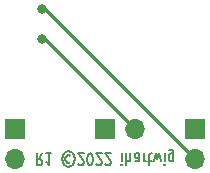
<source format=gbr>
%TF.GenerationSoftware,KiCad,Pcbnew,(6.0.5-0)*%
%TF.CreationDate,2022-10-30T23:15:49-07:00*%
%TF.ProjectId,teensy-4-can1,7465656e-7379-42d3-942d-63616e312e6b,rev?*%
%TF.SameCoordinates,PX8a12ae0PY695f190*%
%TF.FileFunction,Copper,L2,Bot*%
%TF.FilePolarity,Positive*%
%FSLAX46Y46*%
G04 Gerber Fmt 4.6, Leading zero omitted, Abs format (unit mm)*
G04 Created by KiCad (PCBNEW (6.0.5-0)) date 2022-10-30 23:15:49*
%MOMM*%
%LPD*%
G01*
G04 APERTURE LIST*
%ADD10C,0.152400*%
%TA.AperFunction,NonConductor*%
%ADD11C,0.152400*%
%TD*%
%TA.AperFunction,ComponentPad*%
%ADD12R,1.700000X1.700000*%
%TD*%
%TA.AperFunction,ComponentPad*%
%ADD13O,1.700000X1.700000*%
%TD*%
%TA.AperFunction,ViaPad*%
%ADD14C,0.800000*%
%TD*%
%TA.AperFunction,Conductor*%
%ADD15C,0.254000*%
%TD*%
G04 APERTURE END LIST*
D10*
D11*
X3575714Y32202381D02*
X3309047Y31726191D01*
X3118571Y32202381D02*
X3118571Y31202381D01*
X3423333Y31202381D01*
X3499523Y31250000D01*
X3537619Y31297620D01*
X3575714Y31392858D01*
X3575714Y31535715D01*
X3537619Y31630953D01*
X3499523Y31678572D01*
X3423333Y31726191D01*
X3118571Y31726191D01*
X4337619Y32202381D02*
X3880476Y32202381D01*
X4109047Y32202381D02*
X4109047Y31202381D01*
X4032857Y31345239D01*
X3956666Y31440477D01*
X3880476Y31488096D01*
X5937619Y31440477D02*
X5861428Y31392858D01*
X5709047Y31392858D01*
X5632857Y31440477D01*
X5556666Y31535715D01*
X5518571Y31630953D01*
X5518571Y31821429D01*
X5556666Y31916667D01*
X5632857Y32011905D01*
X5709047Y32059524D01*
X5861428Y32059524D01*
X5937619Y32011905D01*
X5785238Y31059524D02*
X5594761Y31107143D01*
X5404285Y31250000D01*
X5290000Y31488096D01*
X5251904Y31726191D01*
X5290000Y31964286D01*
X5404285Y32202381D01*
X5594761Y32345239D01*
X5785238Y32392858D01*
X5975714Y32345239D01*
X6166190Y32202381D01*
X6280476Y31964286D01*
X6318571Y31726191D01*
X6280476Y31488096D01*
X6166190Y31250000D01*
X5975714Y31107143D01*
X5785238Y31059524D01*
X6623333Y31297620D02*
X6661428Y31250000D01*
X6737619Y31202381D01*
X6928095Y31202381D01*
X7004285Y31250000D01*
X7042380Y31297620D01*
X7080476Y31392858D01*
X7080476Y31488096D01*
X7042380Y31630953D01*
X6585238Y32202381D01*
X7080476Y32202381D01*
X7575714Y31202381D02*
X7651904Y31202381D01*
X7728095Y31250000D01*
X7766190Y31297620D01*
X7804285Y31392858D01*
X7842380Y31583334D01*
X7842380Y31821429D01*
X7804285Y32011905D01*
X7766190Y32107143D01*
X7728095Y32154762D01*
X7651904Y32202381D01*
X7575714Y32202381D01*
X7499523Y32154762D01*
X7461428Y32107143D01*
X7423333Y32011905D01*
X7385238Y31821429D01*
X7385238Y31583334D01*
X7423333Y31392858D01*
X7461428Y31297620D01*
X7499523Y31250000D01*
X7575714Y31202381D01*
X8147142Y31297620D02*
X8185238Y31250000D01*
X8261428Y31202381D01*
X8451904Y31202381D01*
X8528095Y31250000D01*
X8566190Y31297620D01*
X8604285Y31392858D01*
X8604285Y31488096D01*
X8566190Y31630953D01*
X8109047Y32202381D01*
X8604285Y32202381D01*
X8909047Y31297620D02*
X8947142Y31250000D01*
X9023333Y31202381D01*
X9213809Y31202381D01*
X9290000Y31250000D01*
X9328095Y31297620D01*
X9366190Y31392858D01*
X9366190Y31488096D01*
X9328095Y31630953D01*
X8870952Y32202381D01*
X9366190Y32202381D01*
X10318571Y32202381D02*
X10318571Y31535715D01*
X10318571Y31202381D02*
X10280476Y31250000D01*
X10318571Y31297620D01*
X10356666Y31250000D01*
X10318571Y31202381D01*
X10318571Y31297620D01*
X10699523Y32202381D02*
X10699523Y31202381D01*
X11042380Y32202381D02*
X11042380Y31678572D01*
X11004285Y31583334D01*
X10928095Y31535715D01*
X10813809Y31535715D01*
X10737619Y31583334D01*
X10699523Y31630953D01*
X11766190Y32202381D02*
X11766190Y31678572D01*
X11728095Y31583334D01*
X11651904Y31535715D01*
X11499523Y31535715D01*
X11423333Y31583334D01*
X11766190Y32154762D02*
X11690000Y32202381D01*
X11499523Y32202381D01*
X11423333Y32154762D01*
X11385238Y32059524D01*
X11385238Y31964286D01*
X11423333Y31869048D01*
X11499523Y31821429D01*
X11690000Y31821429D01*
X11766190Y31773810D01*
X12147142Y32202381D02*
X12147142Y31535715D01*
X12147142Y31726191D02*
X12185238Y31630953D01*
X12223333Y31583334D01*
X12299523Y31535715D01*
X12375714Y31535715D01*
X12528095Y31535715D02*
X12832857Y31535715D01*
X12642380Y31202381D02*
X12642380Y32059524D01*
X12680476Y32154762D01*
X12756666Y32202381D01*
X12832857Y32202381D01*
X13023333Y31535715D02*
X13175714Y32202381D01*
X13328095Y31726191D01*
X13480476Y32202381D01*
X13632857Y31535715D01*
X13937619Y32202381D02*
X13937619Y31535715D01*
X13937619Y31202381D02*
X13899523Y31250000D01*
X13937619Y31297620D01*
X13975714Y31250000D01*
X13937619Y31202381D01*
X13937619Y31297620D01*
X14661428Y31535715D02*
X14661428Y32345239D01*
X14623333Y32440477D01*
X14585238Y32488096D01*
X14509047Y32535715D01*
X14394761Y32535715D01*
X14318571Y32488096D01*
X14661428Y32154762D02*
X14585238Y32202381D01*
X14432857Y32202381D01*
X14356666Y32154762D01*
X14318571Y32107143D01*
X14280476Y32011905D01*
X14280476Y31726191D01*
X14318571Y31630953D01*
X14356666Y31583334D01*
X14432857Y31535715D01*
X14585238Y31535715D01*
X14661428Y31583334D01*
D12*
%TO.P,REF\u002A\u002A,1*%
%TO.N,N/C*%
X8890000Y34290000D03*
D13*
%TO.P,REF\u002A\u002A,2*%
X11430000Y34290000D03*
%TD*%
D12*
%TO.P,REF\u002A\u002A,1*%
%TO.N,N/C*%
X16510000Y34290000D03*
D13*
%TO.P,REF\u002A\u002A,2*%
X16510000Y31750000D03*
%TD*%
D12*
%TO.P,REF\u002A\u002A,1*%
%TO.N,N/C*%
X1270000Y34290000D03*
D13*
%TO.P,REF\u002A\u002A,2*%
X1270000Y31750000D03*
%TD*%
D14*
%TO.N,*%
X3556000Y44450000D03*
X3556000Y41910000D03*
%TD*%
D15*
%TO.N,*%
X16510000Y31750000D02*
X3810000Y44450000D01*
X3810000Y44450000D02*
X3556000Y44450000D01*
X3810000Y41910000D02*
X11430000Y34290000D01*
X3556000Y41910000D02*
X3810000Y41910000D01*
%TD*%
M02*

</source>
